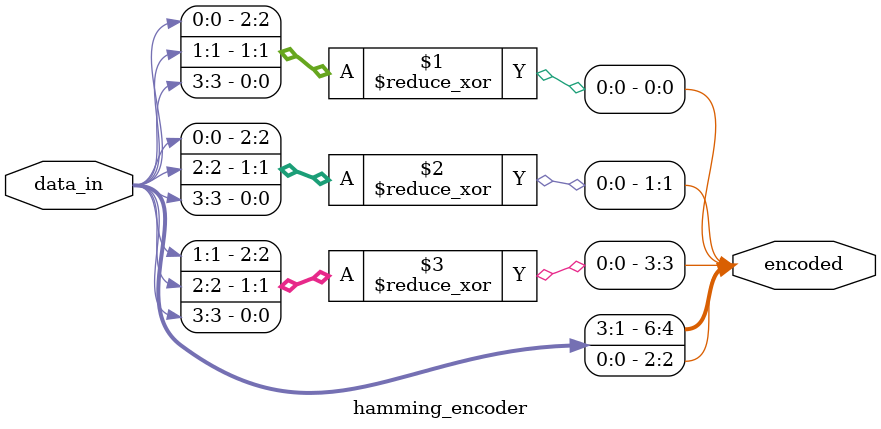
<source format=sv>
module hamming_encoder (
    input  [3:0] data_in,
    output [6:0] encoded
);
    // Direct mapping of data bits to encoded positions
    assign encoded[2] = data_in[0];
    assign encoded[4] = data_in[1];
    assign encoded[5] = data_in[2];
    assign encoded[6] = data_in[3];
    
    // Optimized parity computation using XOR logic reduction
    // This implementation reduces the gate count and logic depth
    assign encoded[0] = ^{data_in[0], data_in[1], data_in[3]};
    assign encoded[1] = ^{data_in[0], data_in[2], data_in[3]};
    assign encoded[3] = ^{data_in[1], data_in[2], data_in[3]};
endmodule
</source>
